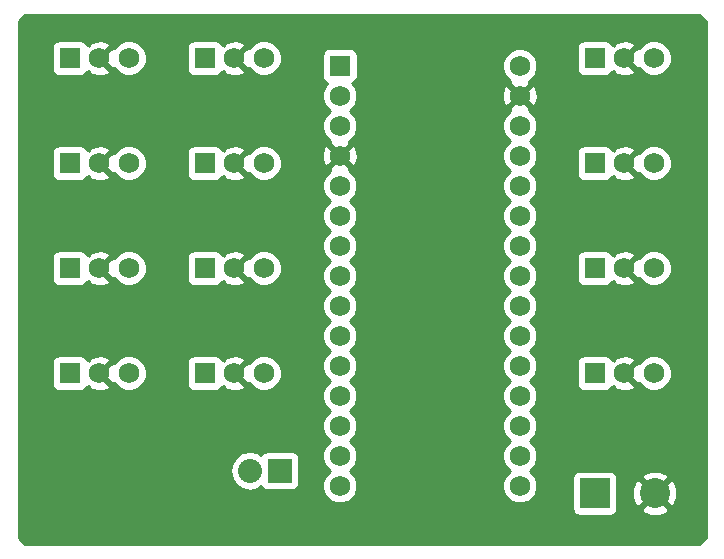
<source format=gbr>
G04 #@! TF.FileFunction,Copper,L2,Bot,Signal*
%FSLAX46Y46*%
G04 Gerber Fmt 4.6, Leading zero omitted, Abs format (unit mm)*
G04 Created by KiCad (PCBNEW 4.0.2+e4-6225~38~ubuntu15.04.1-stable) date zo 17 jul 2016 23:00:48 CEST*
%MOMM*%
G01*
G04 APERTURE LIST*
%ADD10C,0.100000*%
%ADD11R,1.727200X1.727200*%
%ADD12C,1.727200*%
%ADD13R,1.750000X1.750000*%
%ADD14C,1.750000*%
%ADD15R,2.032000X2.032000*%
%ADD16O,2.032000X2.032000*%
%ADD17R,2.540000X2.540000*%
%ADD18C,2.540000*%
%ADD19C,0.254000*%
G04 APERTURE END LIST*
D10*
D11*
X141605000Y-86995000D03*
D12*
X141605000Y-89535000D03*
X141605000Y-92075000D03*
X141605000Y-94615000D03*
X141605000Y-97155000D03*
X141605000Y-99695000D03*
X141605000Y-102235000D03*
X141605000Y-104775000D03*
X141605000Y-107315000D03*
X141605000Y-109855000D03*
X141605000Y-112395000D03*
X141605000Y-114935000D03*
X141605000Y-117475000D03*
X141605000Y-120015000D03*
X141605000Y-122555000D03*
X156845000Y-122555000D03*
X156845000Y-120015000D03*
X156845000Y-117475000D03*
X156845000Y-114935000D03*
X156845000Y-112395000D03*
X156845000Y-109855000D03*
X156845000Y-107315000D03*
X156845000Y-104775000D03*
X156845000Y-102235000D03*
X156845000Y-99695000D03*
X156845000Y-97155000D03*
X156845000Y-94615000D03*
X156845000Y-92075000D03*
X156845000Y-89535000D03*
X156845000Y-86995000D03*
D13*
X130175000Y-86360000D03*
D14*
X132675000Y-86360000D03*
X135175000Y-86360000D03*
D13*
X118745000Y-86360000D03*
D14*
X121245000Y-86360000D03*
X123745000Y-86360000D03*
D13*
X130175000Y-95250000D03*
D14*
X132675000Y-95250000D03*
X135175000Y-95250000D03*
D13*
X118745000Y-95250000D03*
D14*
X121245000Y-95250000D03*
X123745000Y-95250000D03*
D13*
X130175000Y-104140000D03*
D14*
X132675000Y-104140000D03*
X135175000Y-104140000D03*
D13*
X118745000Y-104140000D03*
D14*
X121245000Y-104140000D03*
X123745000Y-104140000D03*
D13*
X130175000Y-113030000D03*
D14*
X132675000Y-113030000D03*
X135175000Y-113030000D03*
D13*
X118745000Y-113030000D03*
D14*
X121245000Y-113030000D03*
X123745000Y-113030000D03*
D15*
X136525000Y-121285000D03*
D16*
X133985000Y-121285000D03*
D13*
X163195000Y-113030000D03*
D14*
X165695000Y-113030000D03*
X168195000Y-113030000D03*
D13*
X163195000Y-104140000D03*
D14*
X165695000Y-104140000D03*
X168195000Y-104140000D03*
D13*
X163195000Y-95250000D03*
D14*
X165695000Y-95250000D03*
X168195000Y-95250000D03*
D13*
X163195000Y-86360000D03*
D14*
X165695000Y-86360000D03*
X168195000Y-86360000D03*
D17*
X163195000Y-123190000D03*
D18*
X168275000Y-123190000D03*
D19*
G36*
X172593000Y-83237606D02*
X172593000Y-126947394D01*
X172032394Y-127508000D01*
X114987606Y-127508000D01*
X114427000Y-126947394D01*
X114427000Y-121252655D01*
X132334000Y-121252655D01*
X132334000Y-121317345D01*
X132459675Y-121949155D01*
X132817567Y-122484778D01*
X133353190Y-122842670D01*
X133985000Y-122968345D01*
X134616810Y-122842670D01*
X134956792Y-122615501D01*
X135044910Y-122752441D01*
X135257110Y-122897431D01*
X135509000Y-122948440D01*
X137541000Y-122948440D01*
X137776317Y-122904162D01*
X137992441Y-122765090D01*
X138137431Y-122552890D01*
X138188440Y-122301000D01*
X138188440Y-120269000D01*
X138144162Y-120033683D01*
X138005090Y-119817559D01*
X137792890Y-119672569D01*
X137541000Y-119621560D01*
X135509000Y-119621560D01*
X135273683Y-119665838D01*
X135057559Y-119804910D01*
X134955802Y-119953837D01*
X134616810Y-119727330D01*
X133985000Y-119601655D01*
X133353190Y-119727330D01*
X132817567Y-120085222D01*
X132459675Y-120620845D01*
X132334000Y-121252655D01*
X114427000Y-121252655D01*
X114427000Y-112155000D01*
X117222560Y-112155000D01*
X117222560Y-113905000D01*
X117266838Y-114140317D01*
X117405910Y-114356441D01*
X117618110Y-114501431D01*
X117870000Y-114552440D01*
X119620000Y-114552440D01*
X119855317Y-114508162D01*
X120071441Y-114369090D01*
X120208994Y-114167774D01*
X120247914Y-114206694D01*
X120362546Y-114092062D01*
X120445884Y-114345953D01*
X121010306Y-114551590D01*
X121610458Y-114525579D01*
X122044116Y-114345953D01*
X122127455Y-114092060D01*
X121245000Y-113209605D01*
X121230858Y-113223748D01*
X121051253Y-113044143D01*
X121065395Y-113030000D01*
X121424605Y-113030000D01*
X122307060Y-113912455D01*
X122455648Y-113863682D01*
X122464138Y-113884229D01*
X122888537Y-114309370D01*
X123443325Y-114539738D01*
X124044040Y-114540262D01*
X124599229Y-114310862D01*
X125024370Y-113886463D01*
X125254738Y-113331675D01*
X125255262Y-112730960D01*
X125025862Y-112175771D01*
X125005128Y-112155000D01*
X128652560Y-112155000D01*
X128652560Y-113905000D01*
X128696838Y-114140317D01*
X128835910Y-114356441D01*
X129048110Y-114501431D01*
X129300000Y-114552440D01*
X131050000Y-114552440D01*
X131285317Y-114508162D01*
X131501441Y-114369090D01*
X131638994Y-114167774D01*
X131677914Y-114206694D01*
X131792546Y-114092062D01*
X131875884Y-114345953D01*
X132440306Y-114551590D01*
X133040458Y-114525579D01*
X133474116Y-114345953D01*
X133557455Y-114092060D01*
X132675000Y-113209605D01*
X132660858Y-113223748D01*
X132481253Y-113044143D01*
X132495395Y-113030000D01*
X132854605Y-113030000D01*
X133737060Y-113912455D01*
X133885648Y-113863682D01*
X133894138Y-113884229D01*
X134318537Y-114309370D01*
X134873325Y-114539738D01*
X135474040Y-114540262D01*
X136029229Y-114310862D01*
X136454370Y-113886463D01*
X136684738Y-113331675D01*
X136685262Y-112730960D01*
X136455862Y-112175771D01*
X136031463Y-111750630D01*
X135476675Y-111520262D01*
X134875960Y-111519738D01*
X134320771Y-111749138D01*
X133895630Y-112173537D01*
X133886108Y-112196469D01*
X133737060Y-112147545D01*
X132854605Y-113030000D01*
X132495395Y-113030000D01*
X132481253Y-113015858D01*
X132660858Y-112836253D01*
X132675000Y-112850395D01*
X133557455Y-111967940D01*
X133474116Y-111714047D01*
X132909694Y-111508410D01*
X132309542Y-111534421D01*
X131875884Y-111714047D01*
X131792546Y-111967938D01*
X131677914Y-111853306D01*
X131636864Y-111894356D01*
X131514090Y-111703559D01*
X131301890Y-111558569D01*
X131050000Y-111507560D01*
X129300000Y-111507560D01*
X129064683Y-111551838D01*
X128848559Y-111690910D01*
X128703569Y-111903110D01*
X128652560Y-112155000D01*
X125005128Y-112155000D01*
X124601463Y-111750630D01*
X124046675Y-111520262D01*
X123445960Y-111519738D01*
X122890771Y-111749138D01*
X122465630Y-112173537D01*
X122456108Y-112196469D01*
X122307060Y-112147545D01*
X121424605Y-113030000D01*
X121065395Y-113030000D01*
X121051253Y-113015858D01*
X121230858Y-112836253D01*
X121245000Y-112850395D01*
X122127455Y-111967940D01*
X122044116Y-111714047D01*
X121479694Y-111508410D01*
X120879542Y-111534421D01*
X120445884Y-111714047D01*
X120362546Y-111967938D01*
X120247914Y-111853306D01*
X120206864Y-111894356D01*
X120084090Y-111703559D01*
X119871890Y-111558569D01*
X119620000Y-111507560D01*
X117870000Y-111507560D01*
X117634683Y-111551838D01*
X117418559Y-111690910D01*
X117273569Y-111903110D01*
X117222560Y-112155000D01*
X114427000Y-112155000D01*
X114427000Y-103265000D01*
X117222560Y-103265000D01*
X117222560Y-105015000D01*
X117266838Y-105250317D01*
X117405910Y-105466441D01*
X117618110Y-105611431D01*
X117870000Y-105662440D01*
X119620000Y-105662440D01*
X119855317Y-105618162D01*
X120071441Y-105479090D01*
X120208994Y-105277774D01*
X120247914Y-105316694D01*
X120362546Y-105202062D01*
X120445884Y-105455953D01*
X121010306Y-105661590D01*
X121610458Y-105635579D01*
X122044116Y-105455953D01*
X122127455Y-105202060D01*
X121245000Y-104319605D01*
X121230858Y-104333748D01*
X121051253Y-104154143D01*
X121065395Y-104140000D01*
X121424605Y-104140000D01*
X122307060Y-105022455D01*
X122455648Y-104973682D01*
X122464138Y-104994229D01*
X122888537Y-105419370D01*
X123443325Y-105649738D01*
X124044040Y-105650262D01*
X124599229Y-105420862D01*
X125024370Y-104996463D01*
X125254738Y-104441675D01*
X125255262Y-103840960D01*
X125025862Y-103285771D01*
X125005128Y-103265000D01*
X128652560Y-103265000D01*
X128652560Y-105015000D01*
X128696838Y-105250317D01*
X128835910Y-105466441D01*
X129048110Y-105611431D01*
X129300000Y-105662440D01*
X131050000Y-105662440D01*
X131285317Y-105618162D01*
X131501441Y-105479090D01*
X131638994Y-105277774D01*
X131677914Y-105316694D01*
X131792546Y-105202062D01*
X131875884Y-105455953D01*
X132440306Y-105661590D01*
X133040458Y-105635579D01*
X133474116Y-105455953D01*
X133557455Y-105202060D01*
X132675000Y-104319605D01*
X132660858Y-104333748D01*
X132481253Y-104154143D01*
X132495395Y-104140000D01*
X132854605Y-104140000D01*
X133737060Y-105022455D01*
X133885648Y-104973682D01*
X133894138Y-104994229D01*
X134318537Y-105419370D01*
X134873325Y-105649738D01*
X135474040Y-105650262D01*
X136029229Y-105420862D01*
X136454370Y-104996463D01*
X136684738Y-104441675D01*
X136685262Y-103840960D01*
X136455862Y-103285771D01*
X136031463Y-102860630D01*
X135476675Y-102630262D01*
X134875960Y-102629738D01*
X134320771Y-102859138D01*
X133895630Y-103283537D01*
X133886108Y-103306469D01*
X133737060Y-103257545D01*
X132854605Y-104140000D01*
X132495395Y-104140000D01*
X132481253Y-104125858D01*
X132660858Y-103946253D01*
X132675000Y-103960395D01*
X133557455Y-103077940D01*
X133474116Y-102824047D01*
X132909694Y-102618410D01*
X132309542Y-102644421D01*
X131875884Y-102824047D01*
X131792546Y-103077938D01*
X131677914Y-102963306D01*
X131636864Y-103004356D01*
X131514090Y-102813559D01*
X131301890Y-102668569D01*
X131050000Y-102617560D01*
X129300000Y-102617560D01*
X129064683Y-102661838D01*
X128848559Y-102800910D01*
X128703569Y-103013110D01*
X128652560Y-103265000D01*
X125005128Y-103265000D01*
X124601463Y-102860630D01*
X124046675Y-102630262D01*
X123445960Y-102629738D01*
X122890771Y-102859138D01*
X122465630Y-103283537D01*
X122456108Y-103306469D01*
X122307060Y-103257545D01*
X121424605Y-104140000D01*
X121065395Y-104140000D01*
X121051253Y-104125858D01*
X121230858Y-103946253D01*
X121245000Y-103960395D01*
X122127455Y-103077940D01*
X122044116Y-102824047D01*
X121479694Y-102618410D01*
X120879542Y-102644421D01*
X120445884Y-102824047D01*
X120362546Y-103077938D01*
X120247914Y-102963306D01*
X120206864Y-103004356D01*
X120084090Y-102813559D01*
X119871890Y-102668569D01*
X119620000Y-102617560D01*
X117870000Y-102617560D01*
X117634683Y-102661838D01*
X117418559Y-102800910D01*
X117273569Y-103013110D01*
X117222560Y-103265000D01*
X114427000Y-103265000D01*
X114427000Y-97451782D01*
X140106141Y-97451782D01*
X140333808Y-98002780D01*
X140755003Y-98424710D01*
X140755931Y-98425095D01*
X140335290Y-98845003D01*
X140106661Y-99395602D01*
X140106141Y-99991782D01*
X140333808Y-100542780D01*
X140755003Y-100964710D01*
X140755931Y-100965095D01*
X140335290Y-101385003D01*
X140106661Y-101935602D01*
X140106141Y-102531782D01*
X140333808Y-103082780D01*
X140755003Y-103504710D01*
X140755931Y-103505095D01*
X140335290Y-103925003D01*
X140106661Y-104475602D01*
X140106141Y-105071782D01*
X140333808Y-105622780D01*
X140755003Y-106044710D01*
X140755931Y-106045095D01*
X140335290Y-106465003D01*
X140106661Y-107015602D01*
X140106141Y-107611782D01*
X140333808Y-108162780D01*
X140755003Y-108584710D01*
X140755931Y-108585095D01*
X140335290Y-109005003D01*
X140106661Y-109555602D01*
X140106141Y-110151782D01*
X140333808Y-110702780D01*
X140755003Y-111124710D01*
X140755931Y-111125095D01*
X140335290Y-111545003D01*
X140106661Y-112095602D01*
X140106141Y-112691782D01*
X140333808Y-113242780D01*
X140755003Y-113664710D01*
X140755931Y-113665095D01*
X140335290Y-114085003D01*
X140106661Y-114635602D01*
X140106141Y-115231782D01*
X140333808Y-115782780D01*
X140755003Y-116204710D01*
X140755931Y-116205095D01*
X140335290Y-116625003D01*
X140106661Y-117175602D01*
X140106141Y-117771782D01*
X140333808Y-118322780D01*
X140755003Y-118744710D01*
X140755931Y-118745095D01*
X140335290Y-119165003D01*
X140106661Y-119715602D01*
X140106141Y-120311782D01*
X140333808Y-120862780D01*
X140755003Y-121284710D01*
X140755931Y-121285095D01*
X140335290Y-121705003D01*
X140106661Y-122255602D01*
X140106141Y-122851782D01*
X140333808Y-123402780D01*
X140755003Y-123824710D01*
X141305602Y-124053339D01*
X141901782Y-124053859D01*
X142452780Y-123826192D01*
X142874710Y-123404997D01*
X143103339Y-122854398D01*
X143103859Y-122258218D01*
X142876192Y-121707220D01*
X142454997Y-121285290D01*
X142454069Y-121284905D01*
X142874710Y-120864997D01*
X143103339Y-120314398D01*
X143103859Y-119718218D01*
X142876192Y-119167220D01*
X142454997Y-118745290D01*
X142454069Y-118744905D01*
X142874710Y-118324997D01*
X143103339Y-117774398D01*
X143103859Y-117178218D01*
X142876192Y-116627220D01*
X142454997Y-116205290D01*
X142454069Y-116204905D01*
X142874710Y-115784997D01*
X143103339Y-115234398D01*
X143103859Y-114638218D01*
X142876192Y-114087220D01*
X142454997Y-113665290D01*
X142454069Y-113664905D01*
X142874710Y-113244997D01*
X143103339Y-112694398D01*
X143103859Y-112098218D01*
X142876192Y-111547220D01*
X142454997Y-111125290D01*
X142454069Y-111124905D01*
X142874710Y-110704997D01*
X143103339Y-110154398D01*
X143103859Y-109558218D01*
X142876192Y-109007220D01*
X142454997Y-108585290D01*
X142454069Y-108584905D01*
X142874710Y-108164997D01*
X143103339Y-107614398D01*
X143103859Y-107018218D01*
X142876192Y-106467220D01*
X142454997Y-106045290D01*
X142454069Y-106044905D01*
X142874710Y-105624997D01*
X143103339Y-105074398D01*
X143103859Y-104478218D01*
X142876192Y-103927220D01*
X142454997Y-103505290D01*
X142454069Y-103504905D01*
X142874710Y-103084997D01*
X143103339Y-102534398D01*
X143103859Y-101938218D01*
X142876192Y-101387220D01*
X142454997Y-100965290D01*
X142454069Y-100964905D01*
X142874710Y-100544997D01*
X143103339Y-99994398D01*
X143103859Y-99398218D01*
X142876192Y-98847220D01*
X142454997Y-98425290D01*
X142454069Y-98424905D01*
X142874710Y-98004997D01*
X143103339Y-97454398D01*
X143103859Y-96858218D01*
X142876192Y-96307220D01*
X142454997Y-95885290D01*
X142414463Y-95868459D01*
X142479200Y-95668805D01*
X141605000Y-94794605D01*
X140730800Y-95668805D01*
X140795399Y-95868033D01*
X140757220Y-95883808D01*
X140335290Y-96305003D01*
X140106661Y-96855602D01*
X140106141Y-97451782D01*
X114427000Y-97451782D01*
X114427000Y-94375000D01*
X117222560Y-94375000D01*
X117222560Y-96125000D01*
X117266838Y-96360317D01*
X117405910Y-96576441D01*
X117618110Y-96721431D01*
X117870000Y-96772440D01*
X119620000Y-96772440D01*
X119855317Y-96728162D01*
X120071441Y-96589090D01*
X120208994Y-96387774D01*
X120247914Y-96426694D01*
X120362546Y-96312062D01*
X120445884Y-96565953D01*
X121010306Y-96771590D01*
X121610458Y-96745579D01*
X122044116Y-96565953D01*
X122127455Y-96312060D01*
X121245000Y-95429605D01*
X121230858Y-95443748D01*
X121051253Y-95264143D01*
X121065395Y-95250000D01*
X121424605Y-95250000D01*
X122307060Y-96132455D01*
X122455648Y-96083682D01*
X122464138Y-96104229D01*
X122888537Y-96529370D01*
X123443325Y-96759738D01*
X124044040Y-96760262D01*
X124599229Y-96530862D01*
X125024370Y-96106463D01*
X125254738Y-95551675D01*
X125255262Y-94950960D01*
X125025862Y-94395771D01*
X125005128Y-94375000D01*
X128652560Y-94375000D01*
X128652560Y-96125000D01*
X128696838Y-96360317D01*
X128835910Y-96576441D01*
X129048110Y-96721431D01*
X129300000Y-96772440D01*
X131050000Y-96772440D01*
X131285317Y-96728162D01*
X131501441Y-96589090D01*
X131638994Y-96387774D01*
X131677914Y-96426694D01*
X131792546Y-96312062D01*
X131875884Y-96565953D01*
X132440306Y-96771590D01*
X133040458Y-96745579D01*
X133474116Y-96565953D01*
X133557455Y-96312060D01*
X132675000Y-95429605D01*
X132660858Y-95443748D01*
X132481253Y-95264143D01*
X132495395Y-95250000D01*
X132854605Y-95250000D01*
X133737060Y-96132455D01*
X133885648Y-96083682D01*
X133894138Y-96104229D01*
X134318537Y-96529370D01*
X134873325Y-96759738D01*
X135474040Y-96760262D01*
X136029229Y-96530862D01*
X136454370Y-96106463D01*
X136684738Y-95551675D01*
X136685262Y-94950960D01*
X136455862Y-94395771D01*
X136443144Y-94383030D01*
X140094752Y-94383030D01*
X140120942Y-94978635D01*
X140298484Y-95407259D01*
X140551195Y-95489200D01*
X141425395Y-94615000D01*
X141784605Y-94615000D01*
X142658805Y-95489200D01*
X142911516Y-95407259D01*
X143115248Y-94846970D01*
X143089058Y-94251365D01*
X142911516Y-93822741D01*
X142658805Y-93740800D01*
X141784605Y-94615000D01*
X141425395Y-94615000D01*
X140551195Y-93740800D01*
X140298484Y-93822741D01*
X140094752Y-94383030D01*
X136443144Y-94383030D01*
X136031463Y-93970630D01*
X135476675Y-93740262D01*
X134875960Y-93739738D01*
X134320771Y-93969138D01*
X133895630Y-94393537D01*
X133886108Y-94416469D01*
X133737060Y-94367545D01*
X132854605Y-95250000D01*
X132495395Y-95250000D01*
X132481253Y-95235858D01*
X132660858Y-95056253D01*
X132675000Y-95070395D01*
X133557455Y-94187940D01*
X133474116Y-93934047D01*
X132909694Y-93728410D01*
X132309542Y-93754421D01*
X131875884Y-93934047D01*
X131792546Y-94187938D01*
X131677914Y-94073306D01*
X131636864Y-94114356D01*
X131514090Y-93923559D01*
X131301890Y-93778569D01*
X131050000Y-93727560D01*
X129300000Y-93727560D01*
X129064683Y-93771838D01*
X128848559Y-93910910D01*
X128703569Y-94123110D01*
X128652560Y-94375000D01*
X125005128Y-94375000D01*
X124601463Y-93970630D01*
X124046675Y-93740262D01*
X123445960Y-93739738D01*
X122890771Y-93969138D01*
X122465630Y-94393537D01*
X122456108Y-94416469D01*
X122307060Y-94367545D01*
X121424605Y-95250000D01*
X121065395Y-95250000D01*
X121051253Y-95235858D01*
X121230858Y-95056253D01*
X121245000Y-95070395D01*
X122127455Y-94187940D01*
X122044116Y-93934047D01*
X121479694Y-93728410D01*
X120879542Y-93754421D01*
X120445884Y-93934047D01*
X120362546Y-94187938D01*
X120247914Y-94073306D01*
X120206864Y-94114356D01*
X120084090Y-93923559D01*
X119871890Y-93778569D01*
X119620000Y-93727560D01*
X117870000Y-93727560D01*
X117634683Y-93771838D01*
X117418559Y-93910910D01*
X117273569Y-94123110D01*
X117222560Y-94375000D01*
X114427000Y-94375000D01*
X114427000Y-85485000D01*
X117222560Y-85485000D01*
X117222560Y-87235000D01*
X117266838Y-87470317D01*
X117405910Y-87686441D01*
X117618110Y-87831431D01*
X117870000Y-87882440D01*
X119620000Y-87882440D01*
X119855317Y-87838162D01*
X120071441Y-87699090D01*
X120208994Y-87497774D01*
X120247914Y-87536694D01*
X120362546Y-87422062D01*
X120445884Y-87675953D01*
X121010306Y-87881590D01*
X121610458Y-87855579D01*
X122044116Y-87675953D01*
X122127455Y-87422060D01*
X121245000Y-86539605D01*
X121230858Y-86553748D01*
X121051253Y-86374143D01*
X121065395Y-86360000D01*
X121424605Y-86360000D01*
X122307060Y-87242455D01*
X122455648Y-87193682D01*
X122464138Y-87214229D01*
X122888537Y-87639370D01*
X123443325Y-87869738D01*
X124044040Y-87870262D01*
X124599229Y-87640862D01*
X125024370Y-87216463D01*
X125254738Y-86661675D01*
X125255262Y-86060960D01*
X125025862Y-85505771D01*
X125005128Y-85485000D01*
X128652560Y-85485000D01*
X128652560Y-87235000D01*
X128696838Y-87470317D01*
X128835910Y-87686441D01*
X129048110Y-87831431D01*
X129300000Y-87882440D01*
X131050000Y-87882440D01*
X131285317Y-87838162D01*
X131501441Y-87699090D01*
X131638994Y-87497774D01*
X131677914Y-87536694D01*
X131792546Y-87422062D01*
X131875884Y-87675953D01*
X132440306Y-87881590D01*
X133040458Y-87855579D01*
X133474116Y-87675953D01*
X133557455Y-87422060D01*
X132675000Y-86539605D01*
X132660858Y-86553748D01*
X132481253Y-86374143D01*
X132495395Y-86360000D01*
X132854605Y-86360000D01*
X133737060Y-87242455D01*
X133885648Y-87193682D01*
X133894138Y-87214229D01*
X134318537Y-87639370D01*
X134873325Y-87869738D01*
X135474040Y-87870262D01*
X136029229Y-87640862D01*
X136454370Y-87216463D01*
X136684738Y-86661675D01*
X136685200Y-86131400D01*
X140093960Y-86131400D01*
X140093960Y-87858600D01*
X140138238Y-88093917D01*
X140277310Y-88310041D01*
X140489510Y-88455031D01*
X140552820Y-88467852D01*
X140335290Y-88685003D01*
X140106661Y-89235602D01*
X140106141Y-89831782D01*
X140333808Y-90382780D01*
X140755003Y-90804710D01*
X140755931Y-90805095D01*
X140335290Y-91225003D01*
X140106661Y-91775602D01*
X140106141Y-92371782D01*
X140333808Y-92922780D01*
X140755003Y-93344710D01*
X140795537Y-93361541D01*
X140730800Y-93561195D01*
X141605000Y-94435395D01*
X142479200Y-93561195D01*
X142414601Y-93361967D01*
X142452780Y-93346192D01*
X142874710Y-92924997D01*
X143103339Y-92374398D01*
X143103341Y-92371782D01*
X155346141Y-92371782D01*
X155573808Y-92922780D01*
X155995003Y-93344710D01*
X155995931Y-93345095D01*
X155575290Y-93765003D01*
X155346661Y-94315602D01*
X155346141Y-94911782D01*
X155573808Y-95462780D01*
X155995003Y-95884710D01*
X155995931Y-95885095D01*
X155575290Y-96305003D01*
X155346661Y-96855602D01*
X155346141Y-97451782D01*
X155573808Y-98002780D01*
X155995003Y-98424710D01*
X155995931Y-98425095D01*
X155575290Y-98845003D01*
X155346661Y-99395602D01*
X155346141Y-99991782D01*
X155573808Y-100542780D01*
X155995003Y-100964710D01*
X155995931Y-100965095D01*
X155575290Y-101385003D01*
X155346661Y-101935602D01*
X155346141Y-102531782D01*
X155573808Y-103082780D01*
X155995003Y-103504710D01*
X155995931Y-103505095D01*
X155575290Y-103925003D01*
X155346661Y-104475602D01*
X155346141Y-105071782D01*
X155573808Y-105622780D01*
X155995003Y-106044710D01*
X155995931Y-106045095D01*
X155575290Y-106465003D01*
X155346661Y-107015602D01*
X155346141Y-107611782D01*
X155573808Y-108162780D01*
X155995003Y-108584710D01*
X155995931Y-108585095D01*
X155575290Y-109005003D01*
X155346661Y-109555602D01*
X155346141Y-110151782D01*
X155573808Y-110702780D01*
X155995003Y-111124710D01*
X155995931Y-111125095D01*
X155575290Y-111545003D01*
X155346661Y-112095602D01*
X155346141Y-112691782D01*
X155573808Y-113242780D01*
X155995003Y-113664710D01*
X155995931Y-113665095D01*
X155575290Y-114085003D01*
X155346661Y-114635602D01*
X155346141Y-115231782D01*
X155573808Y-115782780D01*
X155995003Y-116204710D01*
X155995931Y-116205095D01*
X155575290Y-116625003D01*
X155346661Y-117175602D01*
X155346141Y-117771782D01*
X155573808Y-118322780D01*
X155995003Y-118744710D01*
X155995931Y-118745095D01*
X155575290Y-119165003D01*
X155346661Y-119715602D01*
X155346141Y-120311782D01*
X155573808Y-120862780D01*
X155995003Y-121284710D01*
X155995931Y-121285095D01*
X155575290Y-121705003D01*
X155346661Y-122255602D01*
X155346141Y-122851782D01*
X155573808Y-123402780D01*
X155995003Y-123824710D01*
X156545602Y-124053339D01*
X157141782Y-124053859D01*
X157692780Y-123826192D01*
X158114710Y-123404997D01*
X158343339Y-122854398D01*
X158343859Y-122258218D01*
X158204111Y-121920000D01*
X161277560Y-121920000D01*
X161277560Y-124460000D01*
X161321838Y-124695317D01*
X161460910Y-124911441D01*
X161673110Y-125056431D01*
X161925000Y-125107440D01*
X164465000Y-125107440D01*
X164700317Y-125063162D01*
X164916441Y-124924090D01*
X165061431Y-124711890D01*
X165096689Y-124537777D01*
X167106828Y-124537777D01*
X167238520Y-124832657D01*
X167946036Y-125104261D01*
X168703632Y-125084436D01*
X169311480Y-124832657D01*
X169443172Y-124537777D01*
X168275000Y-123369605D01*
X167106828Y-124537777D01*
X165096689Y-124537777D01*
X165112440Y-124460000D01*
X165112440Y-122861036D01*
X166360739Y-122861036D01*
X166380564Y-123618632D01*
X166632343Y-124226480D01*
X166927223Y-124358172D01*
X168095395Y-123190000D01*
X168454605Y-123190000D01*
X169622777Y-124358172D01*
X169917657Y-124226480D01*
X170189261Y-123518964D01*
X170169436Y-122761368D01*
X169917657Y-122153520D01*
X169622777Y-122021828D01*
X168454605Y-123190000D01*
X168095395Y-123190000D01*
X166927223Y-122021828D01*
X166632343Y-122153520D01*
X166360739Y-122861036D01*
X165112440Y-122861036D01*
X165112440Y-121920000D01*
X165097806Y-121842223D01*
X167106828Y-121842223D01*
X168275000Y-123010395D01*
X169443172Y-121842223D01*
X169311480Y-121547343D01*
X168603964Y-121275739D01*
X167846368Y-121295564D01*
X167238520Y-121547343D01*
X167106828Y-121842223D01*
X165097806Y-121842223D01*
X165068162Y-121684683D01*
X164929090Y-121468559D01*
X164716890Y-121323569D01*
X164465000Y-121272560D01*
X161925000Y-121272560D01*
X161689683Y-121316838D01*
X161473559Y-121455910D01*
X161328569Y-121668110D01*
X161277560Y-121920000D01*
X158204111Y-121920000D01*
X158116192Y-121707220D01*
X157694997Y-121285290D01*
X157694069Y-121284905D01*
X158114710Y-120864997D01*
X158343339Y-120314398D01*
X158343859Y-119718218D01*
X158116192Y-119167220D01*
X157694997Y-118745290D01*
X157694069Y-118744905D01*
X158114710Y-118324997D01*
X158343339Y-117774398D01*
X158343859Y-117178218D01*
X158116192Y-116627220D01*
X157694997Y-116205290D01*
X157694069Y-116204905D01*
X158114710Y-115784997D01*
X158343339Y-115234398D01*
X158343859Y-114638218D01*
X158116192Y-114087220D01*
X157694997Y-113665290D01*
X157694069Y-113664905D01*
X158114710Y-113244997D01*
X158343339Y-112694398D01*
X158343809Y-112155000D01*
X161672560Y-112155000D01*
X161672560Y-113905000D01*
X161716838Y-114140317D01*
X161855910Y-114356441D01*
X162068110Y-114501431D01*
X162320000Y-114552440D01*
X164070000Y-114552440D01*
X164305317Y-114508162D01*
X164521441Y-114369090D01*
X164658994Y-114167774D01*
X164697914Y-114206694D01*
X164812546Y-114092062D01*
X164895884Y-114345953D01*
X165460306Y-114551590D01*
X166060458Y-114525579D01*
X166494116Y-114345953D01*
X166577455Y-114092060D01*
X165695000Y-113209605D01*
X165680858Y-113223748D01*
X165501253Y-113044143D01*
X165515395Y-113030000D01*
X165874605Y-113030000D01*
X166757060Y-113912455D01*
X166905648Y-113863682D01*
X166914138Y-113884229D01*
X167338537Y-114309370D01*
X167893325Y-114539738D01*
X168494040Y-114540262D01*
X169049229Y-114310862D01*
X169474370Y-113886463D01*
X169704738Y-113331675D01*
X169705262Y-112730960D01*
X169475862Y-112175771D01*
X169051463Y-111750630D01*
X168496675Y-111520262D01*
X167895960Y-111519738D01*
X167340771Y-111749138D01*
X166915630Y-112173537D01*
X166906108Y-112196469D01*
X166757060Y-112147545D01*
X165874605Y-113030000D01*
X165515395Y-113030000D01*
X165501253Y-113015858D01*
X165680858Y-112836253D01*
X165695000Y-112850395D01*
X166577455Y-111967940D01*
X166494116Y-111714047D01*
X165929694Y-111508410D01*
X165329542Y-111534421D01*
X164895884Y-111714047D01*
X164812546Y-111967938D01*
X164697914Y-111853306D01*
X164656864Y-111894356D01*
X164534090Y-111703559D01*
X164321890Y-111558569D01*
X164070000Y-111507560D01*
X162320000Y-111507560D01*
X162084683Y-111551838D01*
X161868559Y-111690910D01*
X161723569Y-111903110D01*
X161672560Y-112155000D01*
X158343809Y-112155000D01*
X158343859Y-112098218D01*
X158116192Y-111547220D01*
X157694997Y-111125290D01*
X157694069Y-111124905D01*
X158114710Y-110704997D01*
X158343339Y-110154398D01*
X158343859Y-109558218D01*
X158116192Y-109007220D01*
X157694997Y-108585290D01*
X157694069Y-108584905D01*
X158114710Y-108164997D01*
X158343339Y-107614398D01*
X158343859Y-107018218D01*
X158116192Y-106467220D01*
X157694997Y-106045290D01*
X157694069Y-106044905D01*
X158114710Y-105624997D01*
X158343339Y-105074398D01*
X158343859Y-104478218D01*
X158116192Y-103927220D01*
X157694997Y-103505290D01*
X157694069Y-103504905D01*
X157934392Y-103265000D01*
X161672560Y-103265000D01*
X161672560Y-105015000D01*
X161716838Y-105250317D01*
X161855910Y-105466441D01*
X162068110Y-105611431D01*
X162320000Y-105662440D01*
X164070000Y-105662440D01*
X164305317Y-105618162D01*
X164521441Y-105479090D01*
X164658994Y-105277774D01*
X164697914Y-105316694D01*
X164812546Y-105202062D01*
X164895884Y-105455953D01*
X165460306Y-105661590D01*
X166060458Y-105635579D01*
X166494116Y-105455953D01*
X166577455Y-105202060D01*
X165695000Y-104319605D01*
X165680858Y-104333748D01*
X165501253Y-104154143D01*
X165515395Y-104140000D01*
X165874605Y-104140000D01*
X166757060Y-105022455D01*
X166905648Y-104973682D01*
X166914138Y-104994229D01*
X167338537Y-105419370D01*
X167893325Y-105649738D01*
X168494040Y-105650262D01*
X169049229Y-105420862D01*
X169474370Y-104996463D01*
X169704738Y-104441675D01*
X169705262Y-103840960D01*
X169475862Y-103285771D01*
X169051463Y-102860630D01*
X168496675Y-102630262D01*
X167895960Y-102629738D01*
X167340771Y-102859138D01*
X166915630Y-103283537D01*
X166906108Y-103306469D01*
X166757060Y-103257545D01*
X165874605Y-104140000D01*
X165515395Y-104140000D01*
X165501253Y-104125858D01*
X165680858Y-103946253D01*
X165695000Y-103960395D01*
X166577455Y-103077940D01*
X166494116Y-102824047D01*
X165929694Y-102618410D01*
X165329542Y-102644421D01*
X164895884Y-102824047D01*
X164812546Y-103077938D01*
X164697914Y-102963306D01*
X164656864Y-103004356D01*
X164534090Y-102813559D01*
X164321890Y-102668569D01*
X164070000Y-102617560D01*
X162320000Y-102617560D01*
X162084683Y-102661838D01*
X161868559Y-102800910D01*
X161723569Y-103013110D01*
X161672560Y-103265000D01*
X157934392Y-103265000D01*
X158114710Y-103084997D01*
X158343339Y-102534398D01*
X158343859Y-101938218D01*
X158116192Y-101387220D01*
X157694997Y-100965290D01*
X157694069Y-100964905D01*
X158114710Y-100544997D01*
X158343339Y-99994398D01*
X158343859Y-99398218D01*
X158116192Y-98847220D01*
X157694997Y-98425290D01*
X157694069Y-98424905D01*
X158114710Y-98004997D01*
X158343339Y-97454398D01*
X158343859Y-96858218D01*
X158116192Y-96307220D01*
X157694997Y-95885290D01*
X157694069Y-95884905D01*
X158114710Y-95464997D01*
X158343339Y-94914398D01*
X158343809Y-94375000D01*
X161672560Y-94375000D01*
X161672560Y-96125000D01*
X161716838Y-96360317D01*
X161855910Y-96576441D01*
X162068110Y-96721431D01*
X162320000Y-96772440D01*
X164070000Y-96772440D01*
X164305317Y-96728162D01*
X164521441Y-96589090D01*
X164658994Y-96387774D01*
X164697914Y-96426694D01*
X164812546Y-96312062D01*
X164895884Y-96565953D01*
X165460306Y-96771590D01*
X166060458Y-96745579D01*
X166494116Y-96565953D01*
X166577455Y-96312060D01*
X165695000Y-95429605D01*
X165680858Y-95443748D01*
X165501253Y-95264143D01*
X165515395Y-95250000D01*
X165874605Y-95250000D01*
X166757060Y-96132455D01*
X166905648Y-96083682D01*
X166914138Y-96104229D01*
X167338537Y-96529370D01*
X167893325Y-96759738D01*
X168494040Y-96760262D01*
X169049229Y-96530862D01*
X169474370Y-96106463D01*
X169704738Y-95551675D01*
X169705262Y-94950960D01*
X169475862Y-94395771D01*
X169051463Y-93970630D01*
X168496675Y-93740262D01*
X167895960Y-93739738D01*
X167340771Y-93969138D01*
X166915630Y-94393537D01*
X166906108Y-94416469D01*
X166757060Y-94367545D01*
X165874605Y-95250000D01*
X165515395Y-95250000D01*
X165501253Y-95235858D01*
X165680858Y-95056253D01*
X165695000Y-95070395D01*
X166577455Y-94187940D01*
X166494116Y-93934047D01*
X165929694Y-93728410D01*
X165329542Y-93754421D01*
X164895884Y-93934047D01*
X164812546Y-94187938D01*
X164697914Y-94073306D01*
X164656864Y-94114356D01*
X164534090Y-93923559D01*
X164321890Y-93778569D01*
X164070000Y-93727560D01*
X162320000Y-93727560D01*
X162084683Y-93771838D01*
X161868559Y-93910910D01*
X161723569Y-94123110D01*
X161672560Y-94375000D01*
X158343809Y-94375000D01*
X158343859Y-94318218D01*
X158116192Y-93767220D01*
X157694997Y-93345290D01*
X157694069Y-93344905D01*
X158114710Y-92924997D01*
X158343339Y-92374398D01*
X158343859Y-91778218D01*
X158116192Y-91227220D01*
X157694997Y-90805290D01*
X157654463Y-90788459D01*
X157719200Y-90588805D01*
X156845000Y-89714605D01*
X155970800Y-90588805D01*
X156035399Y-90788033D01*
X155997220Y-90803808D01*
X155575290Y-91225003D01*
X155346661Y-91775602D01*
X155346141Y-92371782D01*
X143103341Y-92371782D01*
X143103859Y-91778218D01*
X142876192Y-91227220D01*
X142454997Y-90805290D01*
X142454069Y-90804905D01*
X142874710Y-90384997D01*
X143103339Y-89834398D01*
X143103802Y-89303030D01*
X155334752Y-89303030D01*
X155360942Y-89898635D01*
X155538484Y-90327259D01*
X155791195Y-90409200D01*
X156665395Y-89535000D01*
X157024605Y-89535000D01*
X157898805Y-90409200D01*
X158151516Y-90327259D01*
X158355248Y-89766970D01*
X158329058Y-89171365D01*
X158151516Y-88742741D01*
X157898805Y-88660800D01*
X157024605Y-89535000D01*
X156665395Y-89535000D01*
X155791195Y-88660800D01*
X155538484Y-88742741D01*
X155334752Y-89303030D01*
X143103802Y-89303030D01*
X143103859Y-89238218D01*
X142876192Y-88687220D01*
X142659475Y-88470124D01*
X142703917Y-88461762D01*
X142920041Y-88322690D01*
X143065031Y-88110490D01*
X143116040Y-87858600D01*
X143116040Y-87291782D01*
X155346141Y-87291782D01*
X155573808Y-87842780D01*
X155995003Y-88264710D01*
X156035537Y-88281541D01*
X155970800Y-88481195D01*
X156845000Y-89355395D01*
X157719200Y-88481195D01*
X157654601Y-88281967D01*
X157692780Y-88266192D01*
X158114710Y-87844997D01*
X158343339Y-87294398D01*
X158343859Y-86698218D01*
X158116192Y-86147220D01*
X157694997Y-85725290D01*
X157144398Y-85496661D01*
X156548218Y-85496141D01*
X155997220Y-85723808D01*
X155575290Y-86145003D01*
X155346661Y-86695602D01*
X155346141Y-87291782D01*
X143116040Y-87291782D01*
X143116040Y-86131400D01*
X143071762Y-85896083D01*
X142932690Y-85679959D01*
X142720490Y-85534969D01*
X142473736Y-85485000D01*
X161672560Y-85485000D01*
X161672560Y-87235000D01*
X161716838Y-87470317D01*
X161855910Y-87686441D01*
X162068110Y-87831431D01*
X162320000Y-87882440D01*
X164070000Y-87882440D01*
X164305317Y-87838162D01*
X164521441Y-87699090D01*
X164658994Y-87497774D01*
X164697914Y-87536694D01*
X164812546Y-87422062D01*
X164895884Y-87675953D01*
X165460306Y-87881590D01*
X166060458Y-87855579D01*
X166494116Y-87675953D01*
X166577455Y-87422060D01*
X165695000Y-86539605D01*
X165680858Y-86553748D01*
X165501253Y-86374143D01*
X165515395Y-86360000D01*
X165874605Y-86360000D01*
X166757060Y-87242455D01*
X166905648Y-87193682D01*
X166914138Y-87214229D01*
X167338537Y-87639370D01*
X167893325Y-87869738D01*
X168494040Y-87870262D01*
X169049229Y-87640862D01*
X169474370Y-87216463D01*
X169704738Y-86661675D01*
X169705262Y-86060960D01*
X169475862Y-85505771D01*
X169051463Y-85080630D01*
X168496675Y-84850262D01*
X167895960Y-84849738D01*
X167340771Y-85079138D01*
X166915630Y-85503537D01*
X166906108Y-85526469D01*
X166757060Y-85477545D01*
X165874605Y-86360000D01*
X165515395Y-86360000D01*
X165501253Y-86345858D01*
X165680858Y-86166253D01*
X165695000Y-86180395D01*
X166577455Y-85297940D01*
X166494116Y-85044047D01*
X165929694Y-84838410D01*
X165329542Y-84864421D01*
X164895884Y-85044047D01*
X164812546Y-85297938D01*
X164697914Y-85183306D01*
X164656864Y-85224356D01*
X164534090Y-85033559D01*
X164321890Y-84888569D01*
X164070000Y-84837560D01*
X162320000Y-84837560D01*
X162084683Y-84881838D01*
X161868559Y-85020910D01*
X161723569Y-85233110D01*
X161672560Y-85485000D01*
X142473736Y-85485000D01*
X142468600Y-85483960D01*
X140741400Y-85483960D01*
X140506083Y-85528238D01*
X140289959Y-85667310D01*
X140144969Y-85879510D01*
X140093960Y-86131400D01*
X136685200Y-86131400D01*
X136685262Y-86060960D01*
X136455862Y-85505771D01*
X136031463Y-85080630D01*
X135476675Y-84850262D01*
X134875960Y-84849738D01*
X134320771Y-85079138D01*
X133895630Y-85503537D01*
X133886108Y-85526469D01*
X133737060Y-85477545D01*
X132854605Y-86360000D01*
X132495395Y-86360000D01*
X132481253Y-86345858D01*
X132660858Y-86166253D01*
X132675000Y-86180395D01*
X133557455Y-85297940D01*
X133474116Y-85044047D01*
X132909694Y-84838410D01*
X132309542Y-84864421D01*
X131875884Y-85044047D01*
X131792546Y-85297938D01*
X131677914Y-85183306D01*
X131636864Y-85224356D01*
X131514090Y-85033559D01*
X131301890Y-84888569D01*
X131050000Y-84837560D01*
X129300000Y-84837560D01*
X129064683Y-84881838D01*
X128848559Y-85020910D01*
X128703569Y-85233110D01*
X128652560Y-85485000D01*
X125005128Y-85485000D01*
X124601463Y-85080630D01*
X124046675Y-84850262D01*
X123445960Y-84849738D01*
X122890771Y-85079138D01*
X122465630Y-85503537D01*
X122456108Y-85526469D01*
X122307060Y-85477545D01*
X121424605Y-86360000D01*
X121065395Y-86360000D01*
X121051253Y-86345858D01*
X121230858Y-86166253D01*
X121245000Y-86180395D01*
X122127455Y-85297940D01*
X122044116Y-85044047D01*
X121479694Y-84838410D01*
X120879542Y-84864421D01*
X120445884Y-85044047D01*
X120362546Y-85297938D01*
X120247914Y-85183306D01*
X120206864Y-85224356D01*
X120084090Y-85033559D01*
X119871890Y-84888569D01*
X119620000Y-84837560D01*
X117870000Y-84837560D01*
X117634683Y-84881838D01*
X117418559Y-85020910D01*
X117273569Y-85233110D01*
X117222560Y-85485000D01*
X114427000Y-85485000D01*
X114427000Y-83237606D01*
X114987606Y-82677000D01*
X172032394Y-82677000D01*
X172593000Y-83237606D01*
X172593000Y-83237606D01*
G37*
X172593000Y-83237606D02*
X172593000Y-126947394D01*
X172032394Y-127508000D01*
X114987606Y-127508000D01*
X114427000Y-126947394D01*
X114427000Y-121252655D01*
X132334000Y-121252655D01*
X132334000Y-121317345D01*
X132459675Y-121949155D01*
X132817567Y-122484778D01*
X133353190Y-122842670D01*
X133985000Y-122968345D01*
X134616810Y-122842670D01*
X134956792Y-122615501D01*
X135044910Y-122752441D01*
X135257110Y-122897431D01*
X135509000Y-122948440D01*
X137541000Y-122948440D01*
X137776317Y-122904162D01*
X137992441Y-122765090D01*
X138137431Y-122552890D01*
X138188440Y-122301000D01*
X138188440Y-120269000D01*
X138144162Y-120033683D01*
X138005090Y-119817559D01*
X137792890Y-119672569D01*
X137541000Y-119621560D01*
X135509000Y-119621560D01*
X135273683Y-119665838D01*
X135057559Y-119804910D01*
X134955802Y-119953837D01*
X134616810Y-119727330D01*
X133985000Y-119601655D01*
X133353190Y-119727330D01*
X132817567Y-120085222D01*
X132459675Y-120620845D01*
X132334000Y-121252655D01*
X114427000Y-121252655D01*
X114427000Y-112155000D01*
X117222560Y-112155000D01*
X117222560Y-113905000D01*
X117266838Y-114140317D01*
X117405910Y-114356441D01*
X117618110Y-114501431D01*
X117870000Y-114552440D01*
X119620000Y-114552440D01*
X119855317Y-114508162D01*
X120071441Y-114369090D01*
X120208994Y-114167774D01*
X120247914Y-114206694D01*
X120362546Y-114092062D01*
X120445884Y-114345953D01*
X121010306Y-114551590D01*
X121610458Y-114525579D01*
X122044116Y-114345953D01*
X122127455Y-114092060D01*
X121245000Y-113209605D01*
X121230858Y-113223748D01*
X121051253Y-113044143D01*
X121065395Y-113030000D01*
X121424605Y-113030000D01*
X122307060Y-113912455D01*
X122455648Y-113863682D01*
X122464138Y-113884229D01*
X122888537Y-114309370D01*
X123443325Y-114539738D01*
X124044040Y-114540262D01*
X124599229Y-114310862D01*
X125024370Y-113886463D01*
X125254738Y-113331675D01*
X125255262Y-112730960D01*
X125025862Y-112175771D01*
X125005128Y-112155000D01*
X128652560Y-112155000D01*
X128652560Y-113905000D01*
X128696838Y-114140317D01*
X128835910Y-114356441D01*
X129048110Y-114501431D01*
X129300000Y-114552440D01*
X131050000Y-114552440D01*
X131285317Y-114508162D01*
X131501441Y-114369090D01*
X131638994Y-114167774D01*
X131677914Y-114206694D01*
X131792546Y-114092062D01*
X131875884Y-114345953D01*
X132440306Y-114551590D01*
X133040458Y-114525579D01*
X133474116Y-114345953D01*
X133557455Y-114092060D01*
X132675000Y-113209605D01*
X132660858Y-113223748D01*
X132481253Y-113044143D01*
X132495395Y-113030000D01*
X132854605Y-113030000D01*
X133737060Y-113912455D01*
X133885648Y-113863682D01*
X133894138Y-113884229D01*
X134318537Y-114309370D01*
X134873325Y-114539738D01*
X135474040Y-114540262D01*
X136029229Y-114310862D01*
X136454370Y-113886463D01*
X136684738Y-113331675D01*
X136685262Y-112730960D01*
X136455862Y-112175771D01*
X136031463Y-111750630D01*
X135476675Y-111520262D01*
X134875960Y-111519738D01*
X134320771Y-111749138D01*
X133895630Y-112173537D01*
X133886108Y-112196469D01*
X133737060Y-112147545D01*
X132854605Y-113030000D01*
X132495395Y-113030000D01*
X132481253Y-113015858D01*
X132660858Y-112836253D01*
X132675000Y-112850395D01*
X133557455Y-111967940D01*
X133474116Y-111714047D01*
X132909694Y-111508410D01*
X132309542Y-111534421D01*
X131875884Y-111714047D01*
X131792546Y-111967938D01*
X131677914Y-111853306D01*
X131636864Y-111894356D01*
X131514090Y-111703559D01*
X131301890Y-111558569D01*
X131050000Y-111507560D01*
X129300000Y-111507560D01*
X129064683Y-111551838D01*
X128848559Y-111690910D01*
X128703569Y-111903110D01*
X128652560Y-112155000D01*
X125005128Y-112155000D01*
X124601463Y-111750630D01*
X124046675Y-111520262D01*
X123445960Y-111519738D01*
X122890771Y-111749138D01*
X122465630Y-112173537D01*
X122456108Y-112196469D01*
X122307060Y-112147545D01*
X121424605Y-113030000D01*
X121065395Y-113030000D01*
X121051253Y-113015858D01*
X121230858Y-112836253D01*
X121245000Y-112850395D01*
X122127455Y-111967940D01*
X122044116Y-111714047D01*
X121479694Y-111508410D01*
X120879542Y-111534421D01*
X120445884Y-111714047D01*
X120362546Y-111967938D01*
X120247914Y-111853306D01*
X120206864Y-111894356D01*
X120084090Y-111703559D01*
X119871890Y-111558569D01*
X119620000Y-111507560D01*
X117870000Y-111507560D01*
X117634683Y-111551838D01*
X117418559Y-111690910D01*
X117273569Y-111903110D01*
X117222560Y-112155000D01*
X114427000Y-112155000D01*
X114427000Y-103265000D01*
X117222560Y-103265000D01*
X117222560Y-105015000D01*
X117266838Y-105250317D01*
X117405910Y-105466441D01*
X117618110Y-105611431D01*
X117870000Y-105662440D01*
X119620000Y-105662440D01*
X119855317Y-105618162D01*
X120071441Y-105479090D01*
X120208994Y-105277774D01*
X120247914Y-105316694D01*
X120362546Y-105202062D01*
X120445884Y-105455953D01*
X121010306Y-105661590D01*
X121610458Y-105635579D01*
X122044116Y-105455953D01*
X122127455Y-105202060D01*
X121245000Y-104319605D01*
X121230858Y-104333748D01*
X121051253Y-104154143D01*
X121065395Y-104140000D01*
X121424605Y-104140000D01*
X122307060Y-105022455D01*
X122455648Y-104973682D01*
X122464138Y-104994229D01*
X122888537Y-105419370D01*
X123443325Y-105649738D01*
X124044040Y-105650262D01*
X124599229Y-105420862D01*
X125024370Y-104996463D01*
X125254738Y-104441675D01*
X125255262Y-103840960D01*
X125025862Y-103285771D01*
X125005128Y-103265000D01*
X128652560Y-103265000D01*
X128652560Y-105015000D01*
X128696838Y-105250317D01*
X128835910Y-105466441D01*
X129048110Y-105611431D01*
X129300000Y-105662440D01*
X131050000Y-105662440D01*
X131285317Y-105618162D01*
X131501441Y-105479090D01*
X131638994Y-105277774D01*
X131677914Y-105316694D01*
X131792546Y-105202062D01*
X131875884Y-105455953D01*
X132440306Y-105661590D01*
X133040458Y-105635579D01*
X133474116Y-105455953D01*
X133557455Y-105202060D01*
X132675000Y-104319605D01*
X132660858Y-104333748D01*
X132481253Y-104154143D01*
X132495395Y-104140000D01*
X132854605Y-104140000D01*
X133737060Y-105022455D01*
X133885648Y-104973682D01*
X133894138Y-104994229D01*
X134318537Y-105419370D01*
X134873325Y-105649738D01*
X135474040Y-105650262D01*
X136029229Y-105420862D01*
X136454370Y-104996463D01*
X136684738Y-104441675D01*
X136685262Y-103840960D01*
X136455862Y-103285771D01*
X136031463Y-102860630D01*
X135476675Y-102630262D01*
X134875960Y-102629738D01*
X134320771Y-102859138D01*
X133895630Y-103283537D01*
X133886108Y-103306469D01*
X133737060Y-103257545D01*
X132854605Y-104140000D01*
X132495395Y-104140000D01*
X132481253Y-104125858D01*
X132660858Y-103946253D01*
X132675000Y-103960395D01*
X133557455Y-103077940D01*
X133474116Y-102824047D01*
X132909694Y-102618410D01*
X132309542Y-102644421D01*
X131875884Y-102824047D01*
X131792546Y-103077938D01*
X131677914Y-102963306D01*
X131636864Y-103004356D01*
X131514090Y-102813559D01*
X131301890Y-102668569D01*
X131050000Y-102617560D01*
X129300000Y-102617560D01*
X129064683Y-102661838D01*
X128848559Y-102800910D01*
X128703569Y-103013110D01*
X128652560Y-103265000D01*
X125005128Y-103265000D01*
X124601463Y-102860630D01*
X124046675Y-102630262D01*
X123445960Y-102629738D01*
X122890771Y-102859138D01*
X122465630Y-103283537D01*
X122456108Y-103306469D01*
X122307060Y-103257545D01*
X121424605Y-104140000D01*
X121065395Y-104140000D01*
X121051253Y-104125858D01*
X121230858Y-103946253D01*
X121245000Y-103960395D01*
X122127455Y-103077940D01*
X122044116Y-102824047D01*
X121479694Y-102618410D01*
X120879542Y-102644421D01*
X120445884Y-102824047D01*
X120362546Y-103077938D01*
X120247914Y-102963306D01*
X120206864Y-103004356D01*
X120084090Y-102813559D01*
X119871890Y-102668569D01*
X119620000Y-102617560D01*
X117870000Y-102617560D01*
X117634683Y-102661838D01*
X117418559Y-102800910D01*
X117273569Y-103013110D01*
X117222560Y-103265000D01*
X114427000Y-103265000D01*
X114427000Y-97451782D01*
X140106141Y-97451782D01*
X140333808Y-98002780D01*
X140755003Y-98424710D01*
X140755931Y-98425095D01*
X140335290Y-98845003D01*
X140106661Y-99395602D01*
X140106141Y-99991782D01*
X140333808Y-100542780D01*
X140755003Y-100964710D01*
X140755931Y-100965095D01*
X140335290Y-101385003D01*
X140106661Y-101935602D01*
X140106141Y-102531782D01*
X140333808Y-103082780D01*
X140755003Y-103504710D01*
X140755931Y-103505095D01*
X140335290Y-103925003D01*
X140106661Y-104475602D01*
X140106141Y-105071782D01*
X140333808Y-105622780D01*
X140755003Y-106044710D01*
X140755931Y-106045095D01*
X140335290Y-106465003D01*
X140106661Y-107015602D01*
X140106141Y-107611782D01*
X140333808Y-108162780D01*
X140755003Y-108584710D01*
X140755931Y-108585095D01*
X140335290Y-109005003D01*
X140106661Y-109555602D01*
X140106141Y-110151782D01*
X140333808Y-110702780D01*
X140755003Y-111124710D01*
X140755931Y-111125095D01*
X140335290Y-111545003D01*
X140106661Y-112095602D01*
X140106141Y-112691782D01*
X140333808Y-113242780D01*
X140755003Y-113664710D01*
X140755931Y-113665095D01*
X140335290Y-114085003D01*
X140106661Y-114635602D01*
X140106141Y-115231782D01*
X140333808Y-115782780D01*
X140755003Y-116204710D01*
X140755931Y-116205095D01*
X140335290Y-116625003D01*
X140106661Y-117175602D01*
X140106141Y-117771782D01*
X140333808Y-118322780D01*
X140755003Y-118744710D01*
X140755931Y-118745095D01*
X140335290Y-119165003D01*
X140106661Y-119715602D01*
X140106141Y-120311782D01*
X140333808Y-120862780D01*
X140755003Y-121284710D01*
X140755931Y-121285095D01*
X140335290Y-121705003D01*
X140106661Y-122255602D01*
X140106141Y-122851782D01*
X140333808Y-123402780D01*
X140755003Y-123824710D01*
X141305602Y-124053339D01*
X141901782Y-124053859D01*
X142452780Y-123826192D01*
X142874710Y-123404997D01*
X143103339Y-122854398D01*
X143103859Y-122258218D01*
X142876192Y-121707220D01*
X142454997Y-121285290D01*
X142454069Y-121284905D01*
X142874710Y-120864997D01*
X143103339Y-120314398D01*
X143103859Y-119718218D01*
X142876192Y-119167220D01*
X142454997Y-118745290D01*
X142454069Y-118744905D01*
X142874710Y-118324997D01*
X143103339Y-117774398D01*
X143103859Y-117178218D01*
X142876192Y-116627220D01*
X142454997Y-116205290D01*
X142454069Y-116204905D01*
X142874710Y-115784997D01*
X143103339Y-115234398D01*
X143103859Y-114638218D01*
X142876192Y-114087220D01*
X142454997Y-113665290D01*
X142454069Y-113664905D01*
X142874710Y-113244997D01*
X143103339Y-112694398D01*
X143103859Y-112098218D01*
X142876192Y-111547220D01*
X142454997Y-111125290D01*
X142454069Y-111124905D01*
X142874710Y-110704997D01*
X143103339Y-110154398D01*
X143103859Y-109558218D01*
X142876192Y-109007220D01*
X142454997Y-108585290D01*
X142454069Y-108584905D01*
X142874710Y-108164997D01*
X143103339Y-107614398D01*
X143103859Y-107018218D01*
X142876192Y-106467220D01*
X142454997Y-106045290D01*
X142454069Y-106044905D01*
X142874710Y-105624997D01*
X143103339Y-105074398D01*
X143103859Y-104478218D01*
X142876192Y-103927220D01*
X142454997Y-103505290D01*
X142454069Y-103504905D01*
X142874710Y-103084997D01*
X143103339Y-102534398D01*
X143103859Y-101938218D01*
X142876192Y-101387220D01*
X142454997Y-100965290D01*
X142454069Y-100964905D01*
X142874710Y-100544997D01*
X143103339Y-99994398D01*
X143103859Y-99398218D01*
X142876192Y-98847220D01*
X142454997Y-98425290D01*
X142454069Y-98424905D01*
X142874710Y-98004997D01*
X143103339Y-97454398D01*
X143103859Y-96858218D01*
X142876192Y-96307220D01*
X142454997Y-95885290D01*
X142414463Y-95868459D01*
X142479200Y-95668805D01*
X141605000Y-94794605D01*
X140730800Y-95668805D01*
X140795399Y-95868033D01*
X140757220Y-95883808D01*
X140335290Y-96305003D01*
X140106661Y-96855602D01*
X140106141Y-97451782D01*
X114427000Y-97451782D01*
X114427000Y-94375000D01*
X117222560Y-94375000D01*
X117222560Y-96125000D01*
X117266838Y-96360317D01*
X117405910Y-96576441D01*
X117618110Y-96721431D01*
X117870000Y-96772440D01*
X119620000Y-96772440D01*
X119855317Y-96728162D01*
X120071441Y-96589090D01*
X120208994Y-96387774D01*
X120247914Y-96426694D01*
X120362546Y-96312062D01*
X120445884Y-96565953D01*
X121010306Y-96771590D01*
X121610458Y-96745579D01*
X122044116Y-96565953D01*
X122127455Y-96312060D01*
X121245000Y-95429605D01*
X121230858Y-95443748D01*
X121051253Y-95264143D01*
X121065395Y-95250000D01*
X121424605Y-95250000D01*
X122307060Y-96132455D01*
X122455648Y-96083682D01*
X122464138Y-96104229D01*
X122888537Y-96529370D01*
X123443325Y-96759738D01*
X124044040Y-96760262D01*
X124599229Y-96530862D01*
X125024370Y-96106463D01*
X125254738Y-95551675D01*
X125255262Y-94950960D01*
X125025862Y-94395771D01*
X125005128Y-94375000D01*
X128652560Y-94375000D01*
X128652560Y-96125000D01*
X128696838Y-96360317D01*
X128835910Y-96576441D01*
X129048110Y-96721431D01*
X129300000Y-96772440D01*
X131050000Y-96772440D01*
X131285317Y-96728162D01*
X131501441Y-96589090D01*
X131638994Y-96387774D01*
X131677914Y-96426694D01*
X131792546Y-96312062D01*
X131875884Y-96565953D01*
X132440306Y-96771590D01*
X133040458Y-96745579D01*
X133474116Y-96565953D01*
X133557455Y-96312060D01*
X132675000Y-95429605D01*
X132660858Y-95443748D01*
X132481253Y-95264143D01*
X132495395Y-95250000D01*
X132854605Y-95250000D01*
X133737060Y-96132455D01*
X133885648Y-96083682D01*
X133894138Y-96104229D01*
X134318537Y-96529370D01*
X134873325Y-96759738D01*
X135474040Y-96760262D01*
X136029229Y-96530862D01*
X136454370Y-96106463D01*
X136684738Y-95551675D01*
X136685262Y-94950960D01*
X136455862Y-94395771D01*
X136443144Y-94383030D01*
X140094752Y-94383030D01*
X140120942Y-94978635D01*
X140298484Y-95407259D01*
X140551195Y-95489200D01*
X141425395Y-94615000D01*
X141784605Y-94615000D01*
X142658805Y-95489200D01*
X142911516Y-95407259D01*
X143115248Y-94846970D01*
X143089058Y-94251365D01*
X142911516Y-93822741D01*
X142658805Y-93740800D01*
X141784605Y-94615000D01*
X141425395Y-94615000D01*
X140551195Y-93740800D01*
X140298484Y-93822741D01*
X140094752Y-94383030D01*
X136443144Y-94383030D01*
X136031463Y-93970630D01*
X135476675Y-93740262D01*
X134875960Y-93739738D01*
X134320771Y-93969138D01*
X133895630Y-94393537D01*
X133886108Y-94416469D01*
X133737060Y-94367545D01*
X132854605Y-95250000D01*
X132495395Y-95250000D01*
X132481253Y-95235858D01*
X132660858Y-95056253D01*
X132675000Y-95070395D01*
X133557455Y-94187940D01*
X133474116Y-93934047D01*
X132909694Y-93728410D01*
X132309542Y-93754421D01*
X131875884Y-93934047D01*
X131792546Y-94187938D01*
X131677914Y-94073306D01*
X131636864Y-94114356D01*
X131514090Y-93923559D01*
X131301890Y-93778569D01*
X131050000Y-93727560D01*
X129300000Y-93727560D01*
X129064683Y-93771838D01*
X128848559Y-93910910D01*
X128703569Y-94123110D01*
X128652560Y-94375000D01*
X125005128Y-94375000D01*
X124601463Y-93970630D01*
X124046675Y-93740262D01*
X123445960Y-93739738D01*
X122890771Y-93969138D01*
X122465630Y-94393537D01*
X122456108Y-94416469D01*
X122307060Y-94367545D01*
X121424605Y-95250000D01*
X121065395Y-95250000D01*
X121051253Y-95235858D01*
X121230858Y-95056253D01*
X121245000Y-95070395D01*
X122127455Y-94187940D01*
X122044116Y-93934047D01*
X121479694Y-93728410D01*
X120879542Y-93754421D01*
X120445884Y-93934047D01*
X120362546Y-94187938D01*
X120247914Y-94073306D01*
X120206864Y-94114356D01*
X120084090Y-93923559D01*
X119871890Y-93778569D01*
X119620000Y-93727560D01*
X117870000Y-93727560D01*
X117634683Y-93771838D01*
X117418559Y-93910910D01*
X117273569Y-94123110D01*
X117222560Y-94375000D01*
X114427000Y-94375000D01*
X114427000Y-85485000D01*
X117222560Y-85485000D01*
X117222560Y-87235000D01*
X117266838Y-87470317D01*
X117405910Y-87686441D01*
X117618110Y-87831431D01*
X117870000Y-87882440D01*
X119620000Y-87882440D01*
X119855317Y-87838162D01*
X120071441Y-87699090D01*
X120208994Y-87497774D01*
X120247914Y-87536694D01*
X120362546Y-87422062D01*
X120445884Y-87675953D01*
X121010306Y-87881590D01*
X121610458Y-87855579D01*
X122044116Y-87675953D01*
X122127455Y-87422060D01*
X121245000Y-86539605D01*
X121230858Y-86553748D01*
X121051253Y-86374143D01*
X121065395Y-86360000D01*
X121424605Y-86360000D01*
X122307060Y-87242455D01*
X122455648Y-87193682D01*
X122464138Y-87214229D01*
X122888537Y-87639370D01*
X123443325Y-87869738D01*
X124044040Y-87870262D01*
X124599229Y-87640862D01*
X125024370Y-87216463D01*
X125254738Y-86661675D01*
X125255262Y-86060960D01*
X125025862Y-85505771D01*
X125005128Y-85485000D01*
X128652560Y-85485000D01*
X128652560Y-87235000D01*
X128696838Y-87470317D01*
X128835910Y-87686441D01*
X129048110Y-87831431D01*
X129300000Y-87882440D01*
X131050000Y-87882440D01*
X131285317Y-87838162D01*
X131501441Y-87699090D01*
X131638994Y-87497774D01*
X131677914Y-87536694D01*
X131792546Y-87422062D01*
X131875884Y-87675953D01*
X132440306Y-87881590D01*
X133040458Y-87855579D01*
X133474116Y-87675953D01*
X133557455Y-87422060D01*
X132675000Y-86539605D01*
X132660858Y-86553748D01*
X132481253Y-86374143D01*
X132495395Y-86360000D01*
X132854605Y-86360000D01*
X133737060Y-87242455D01*
X133885648Y-87193682D01*
X133894138Y-87214229D01*
X134318537Y-87639370D01*
X134873325Y-87869738D01*
X135474040Y-87870262D01*
X136029229Y-87640862D01*
X136454370Y-87216463D01*
X136684738Y-86661675D01*
X136685200Y-86131400D01*
X140093960Y-86131400D01*
X140093960Y-87858600D01*
X140138238Y-88093917D01*
X140277310Y-88310041D01*
X140489510Y-88455031D01*
X140552820Y-88467852D01*
X140335290Y-88685003D01*
X140106661Y-89235602D01*
X140106141Y-89831782D01*
X140333808Y-90382780D01*
X140755003Y-90804710D01*
X140755931Y-90805095D01*
X140335290Y-91225003D01*
X140106661Y-91775602D01*
X140106141Y-92371782D01*
X140333808Y-92922780D01*
X140755003Y-93344710D01*
X140795537Y-93361541D01*
X140730800Y-93561195D01*
X141605000Y-94435395D01*
X142479200Y-93561195D01*
X142414601Y-93361967D01*
X142452780Y-93346192D01*
X142874710Y-92924997D01*
X143103339Y-92374398D01*
X143103341Y-92371782D01*
X155346141Y-92371782D01*
X155573808Y-92922780D01*
X155995003Y-93344710D01*
X155995931Y-93345095D01*
X155575290Y-93765003D01*
X155346661Y-94315602D01*
X155346141Y-94911782D01*
X155573808Y-95462780D01*
X155995003Y-95884710D01*
X155995931Y-95885095D01*
X155575290Y-96305003D01*
X155346661Y-96855602D01*
X155346141Y-97451782D01*
X155573808Y-98002780D01*
X155995003Y-98424710D01*
X155995931Y-98425095D01*
X155575290Y-98845003D01*
X155346661Y-99395602D01*
X155346141Y-99991782D01*
X155573808Y-100542780D01*
X155995003Y-100964710D01*
X155995931Y-100965095D01*
X155575290Y-101385003D01*
X155346661Y-101935602D01*
X155346141Y-102531782D01*
X155573808Y-103082780D01*
X155995003Y-103504710D01*
X155995931Y-103505095D01*
X155575290Y-103925003D01*
X155346661Y-104475602D01*
X155346141Y-105071782D01*
X155573808Y-105622780D01*
X155995003Y-106044710D01*
X155995931Y-106045095D01*
X155575290Y-106465003D01*
X155346661Y-107015602D01*
X155346141Y-107611782D01*
X155573808Y-108162780D01*
X155995003Y-108584710D01*
X155995931Y-108585095D01*
X155575290Y-109005003D01*
X155346661Y-109555602D01*
X155346141Y-110151782D01*
X155573808Y-110702780D01*
X155995003Y-111124710D01*
X155995931Y-111125095D01*
X155575290Y-111545003D01*
X155346661Y-112095602D01*
X155346141Y-112691782D01*
X155573808Y-113242780D01*
X155995003Y-113664710D01*
X155995931Y-113665095D01*
X155575290Y-114085003D01*
X155346661Y-114635602D01*
X155346141Y-115231782D01*
X155573808Y-115782780D01*
X155995003Y-116204710D01*
X155995931Y-116205095D01*
X155575290Y-116625003D01*
X155346661Y-117175602D01*
X155346141Y-117771782D01*
X155573808Y-118322780D01*
X155995003Y-118744710D01*
X155995931Y-118745095D01*
X155575290Y-119165003D01*
X155346661Y-119715602D01*
X155346141Y-120311782D01*
X155573808Y-120862780D01*
X155995003Y-121284710D01*
X155995931Y-121285095D01*
X155575290Y-121705003D01*
X155346661Y-122255602D01*
X155346141Y-122851782D01*
X155573808Y-123402780D01*
X155995003Y-123824710D01*
X156545602Y-124053339D01*
X157141782Y-124053859D01*
X157692780Y-123826192D01*
X158114710Y-123404997D01*
X158343339Y-122854398D01*
X158343859Y-122258218D01*
X158204111Y-121920000D01*
X161277560Y-121920000D01*
X161277560Y-124460000D01*
X161321838Y-124695317D01*
X161460910Y-124911441D01*
X161673110Y-125056431D01*
X161925000Y-125107440D01*
X164465000Y-125107440D01*
X164700317Y-125063162D01*
X164916441Y-124924090D01*
X165061431Y-124711890D01*
X165096689Y-124537777D01*
X167106828Y-124537777D01*
X167238520Y-124832657D01*
X167946036Y-125104261D01*
X168703632Y-125084436D01*
X169311480Y-124832657D01*
X169443172Y-124537777D01*
X168275000Y-123369605D01*
X167106828Y-124537777D01*
X165096689Y-124537777D01*
X165112440Y-124460000D01*
X165112440Y-122861036D01*
X166360739Y-122861036D01*
X166380564Y-123618632D01*
X166632343Y-124226480D01*
X166927223Y-124358172D01*
X168095395Y-123190000D01*
X168454605Y-123190000D01*
X169622777Y-124358172D01*
X169917657Y-124226480D01*
X170189261Y-123518964D01*
X170169436Y-122761368D01*
X169917657Y-122153520D01*
X169622777Y-122021828D01*
X168454605Y-123190000D01*
X168095395Y-123190000D01*
X166927223Y-122021828D01*
X166632343Y-122153520D01*
X166360739Y-122861036D01*
X165112440Y-122861036D01*
X165112440Y-121920000D01*
X165097806Y-121842223D01*
X167106828Y-121842223D01*
X168275000Y-123010395D01*
X169443172Y-121842223D01*
X169311480Y-121547343D01*
X168603964Y-121275739D01*
X167846368Y-121295564D01*
X167238520Y-121547343D01*
X167106828Y-121842223D01*
X165097806Y-121842223D01*
X165068162Y-121684683D01*
X164929090Y-121468559D01*
X164716890Y-121323569D01*
X164465000Y-121272560D01*
X161925000Y-121272560D01*
X161689683Y-121316838D01*
X161473559Y-121455910D01*
X161328569Y-121668110D01*
X161277560Y-121920000D01*
X158204111Y-121920000D01*
X158116192Y-121707220D01*
X157694997Y-121285290D01*
X157694069Y-121284905D01*
X158114710Y-120864997D01*
X158343339Y-120314398D01*
X158343859Y-119718218D01*
X158116192Y-119167220D01*
X157694997Y-118745290D01*
X157694069Y-118744905D01*
X158114710Y-118324997D01*
X158343339Y-117774398D01*
X158343859Y-117178218D01*
X158116192Y-116627220D01*
X157694997Y-116205290D01*
X157694069Y-116204905D01*
X158114710Y-115784997D01*
X158343339Y-115234398D01*
X158343859Y-114638218D01*
X158116192Y-114087220D01*
X157694997Y-113665290D01*
X157694069Y-113664905D01*
X158114710Y-113244997D01*
X158343339Y-112694398D01*
X158343809Y-112155000D01*
X161672560Y-112155000D01*
X161672560Y-113905000D01*
X161716838Y-114140317D01*
X161855910Y-114356441D01*
X162068110Y-114501431D01*
X162320000Y-114552440D01*
X164070000Y-114552440D01*
X164305317Y-114508162D01*
X164521441Y-114369090D01*
X164658994Y-114167774D01*
X164697914Y-114206694D01*
X164812546Y-114092062D01*
X164895884Y-114345953D01*
X165460306Y-114551590D01*
X166060458Y-114525579D01*
X166494116Y-114345953D01*
X166577455Y-114092060D01*
X165695000Y-113209605D01*
X165680858Y-113223748D01*
X165501253Y-113044143D01*
X165515395Y-113030000D01*
X165874605Y-113030000D01*
X166757060Y-113912455D01*
X166905648Y-113863682D01*
X166914138Y-113884229D01*
X167338537Y-114309370D01*
X167893325Y-114539738D01*
X168494040Y-114540262D01*
X169049229Y-114310862D01*
X169474370Y-113886463D01*
X169704738Y-113331675D01*
X169705262Y-112730960D01*
X169475862Y-112175771D01*
X169051463Y-111750630D01*
X168496675Y-111520262D01*
X167895960Y-111519738D01*
X167340771Y-111749138D01*
X166915630Y-112173537D01*
X166906108Y-112196469D01*
X166757060Y-112147545D01*
X165874605Y-113030000D01*
X165515395Y-113030000D01*
X165501253Y-113015858D01*
X165680858Y-112836253D01*
X165695000Y-112850395D01*
X166577455Y-111967940D01*
X166494116Y-111714047D01*
X165929694Y-111508410D01*
X165329542Y-111534421D01*
X164895884Y-111714047D01*
X164812546Y-111967938D01*
X164697914Y-111853306D01*
X164656864Y-111894356D01*
X164534090Y-111703559D01*
X164321890Y-111558569D01*
X164070000Y-111507560D01*
X162320000Y-111507560D01*
X162084683Y-111551838D01*
X161868559Y-111690910D01*
X161723569Y-111903110D01*
X161672560Y-112155000D01*
X158343809Y-112155000D01*
X158343859Y-112098218D01*
X158116192Y-111547220D01*
X157694997Y-111125290D01*
X157694069Y-111124905D01*
X158114710Y-110704997D01*
X158343339Y-110154398D01*
X158343859Y-109558218D01*
X158116192Y-109007220D01*
X157694997Y-108585290D01*
X157694069Y-108584905D01*
X158114710Y-108164997D01*
X158343339Y-107614398D01*
X158343859Y-107018218D01*
X158116192Y-106467220D01*
X157694997Y-106045290D01*
X157694069Y-106044905D01*
X158114710Y-105624997D01*
X158343339Y-105074398D01*
X158343859Y-104478218D01*
X158116192Y-103927220D01*
X157694997Y-103505290D01*
X157694069Y-103504905D01*
X157934392Y-103265000D01*
X161672560Y-103265000D01*
X161672560Y-105015000D01*
X161716838Y-105250317D01*
X161855910Y-105466441D01*
X162068110Y-105611431D01*
X162320000Y-105662440D01*
X164070000Y-105662440D01*
X164305317Y-105618162D01*
X164521441Y-105479090D01*
X164658994Y-105277774D01*
X164697914Y-105316694D01*
X164812546Y-105202062D01*
X164895884Y-105455953D01*
X165460306Y-105661590D01*
X166060458Y-105635579D01*
X166494116Y-105455953D01*
X166577455Y-105202060D01*
X165695000Y-104319605D01*
X165680858Y-104333748D01*
X165501253Y-104154143D01*
X165515395Y-104140000D01*
X165874605Y-104140000D01*
X166757060Y-105022455D01*
X166905648Y-104973682D01*
X166914138Y-104994229D01*
X167338537Y-105419370D01*
X167893325Y-105649738D01*
X168494040Y-105650262D01*
X169049229Y-105420862D01*
X169474370Y-104996463D01*
X169704738Y-104441675D01*
X169705262Y-103840960D01*
X169475862Y-103285771D01*
X169051463Y-102860630D01*
X168496675Y-102630262D01*
X167895960Y-102629738D01*
X167340771Y-102859138D01*
X166915630Y-103283537D01*
X166906108Y-103306469D01*
X166757060Y-103257545D01*
X165874605Y-104140000D01*
X165515395Y-104140000D01*
X165501253Y-104125858D01*
X165680858Y-103946253D01*
X165695000Y-103960395D01*
X166577455Y-103077940D01*
X166494116Y-102824047D01*
X165929694Y-102618410D01*
X165329542Y-102644421D01*
X164895884Y-102824047D01*
X164812546Y-103077938D01*
X164697914Y-102963306D01*
X164656864Y-103004356D01*
X164534090Y-102813559D01*
X164321890Y-102668569D01*
X164070000Y-102617560D01*
X162320000Y-102617560D01*
X162084683Y-102661838D01*
X161868559Y-102800910D01*
X161723569Y-103013110D01*
X161672560Y-103265000D01*
X157934392Y-103265000D01*
X158114710Y-103084997D01*
X158343339Y-102534398D01*
X158343859Y-101938218D01*
X158116192Y-101387220D01*
X157694997Y-100965290D01*
X157694069Y-100964905D01*
X158114710Y-100544997D01*
X158343339Y-99994398D01*
X158343859Y-99398218D01*
X158116192Y-98847220D01*
X157694997Y-98425290D01*
X157694069Y-98424905D01*
X158114710Y-98004997D01*
X158343339Y-97454398D01*
X158343859Y-96858218D01*
X158116192Y-96307220D01*
X157694997Y-95885290D01*
X157694069Y-95884905D01*
X158114710Y-95464997D01*
X158343339Y-94914398D01*
X158343809Y-94375000D01*
X161672560Y-94375000D01*
X161672560Y-96125000D01*
X161716838Y-96360317D01*
X161855910Y-96576441D01*
X162068110Y-96721431D01*
X162320000Y-96772440D01*
X164070000Y-96772440D01*
X164305317Y-96728162D01*
X164521441Y-96589090D01*
X164658994Y-96387774D01*
X164697914Y-96426694D01*
X164812546Y-96312062D01*
X164895884Y-96565953D01*
X165460306Y-96771590D01*
X166060458Y-96745579D01*
X166494116Y-96565953D01*
X166577455Y-96312060D01*
X165695000Y-95429605D01*
X165680858Y-95443748D01*
X165501253Y-95264143D01*
X165515395Y-95250000D01*
X165874605Y-95250000D01*
X166757060Y-96132455D01*
X166905648Y-96083682D01*
X166914138Y-96104229D01*
X167338537Y-96529370D01*
X167893325Y-96759738D01*
X168494040Y-96760262D01*
X169049229Y-96530862D01*
X169474370Y-96106463D01*
X169704738Y-95551675D01*
X169705262Y-94950960D01*
X169475862Y-94395771D01*
X169051463Y-93970630D01*
X168496675Y-93740262D01*
X167895960Y-93739738D01*
X167340771Y-93969138D01*
X166915630Y-94393537D01*
X166906108Y-94416469D01*
X166757060Y-94367545D01*
X165874605Y-95250000D01*
X165515395Y-95250000D01*
X165501253Y-95235858D01*
X165680858Y-95056253D01*
X165695000Y-95070395D01*
X166577455Y-94187940D01*
X166494116Y-93934047D01*
X165929694Y-93728410D01*
X165329542Y-93754421D01*
X164895884Y-93934047D01*
X164812546Y-94187938D01*
X164697914Y-94073306D01*
X164656864Y-94114356D01*
X164534090Y-93923559D01*
X164321890Y-93778569D01*
X164070000Y-93727560D01*
X162320000Y-93727560D01*
X162084683Y-93771838D01*
X161868559Y-93910910D01*
X161723569Y-94123110D01*
X161672560Y-94375000D01*
X158343809Y-94375000D01*
X158343859Y-94318218D01*
X158116192Y-93767220D01*
X157694997Y-93345290D01*
X157694069Y-93344905D01*
X158114710Y-92924997D01*
X158343339Y-92374398D01*
X158343859Y-91778218D01*
X158116192Y-91227220D01*
X157694997Y-90805290D01*
X157654463Y-90788459D01*
X157719200Y-90588805D01*
X156845000Y-89714605D01*
X155970800Y-90588805D01*
X156035399Y-90788033D01*
X155997220Y-90803808D01*
X155575290Y-91225003D01*
X155346661Y-91775602D01*
X155346141Y-92371782D01*
X143103341Y-92371782D01*
X143103859Y-91778218D01*
X142876192Y-91227220D01*
X142454997Y-90805290D01*
X142454069Y-90804905D01*
X142874710Y-90384997D01*
X143103339Y-89834398D01*
X143103802Y-89303030D01*
X155334752Y-89303030D01*
X155360942Y-89898635D01*
X155538484Y-90327259D01*
X155791195Y-90409200D01*
X156665395Y-89535000D01*
X157024605Y-89535000D01*
X157898805Y-90409200D01*
X158151516Y-90327259D01*
X158355248Y-89766970D01*
X158329058Y-89171365D01*
X158151516Y-88742741D01*
X157898805Y-88660800D01*
X157024605Y-89535000D01*
X156665395Y-89535000D01*
X155791195Y-88660800D01*
X155538484Y-88742741D01*
X155334752Y-89303030D01*
X143103802Y-89303030D01*
X143103859Y-89238218D01*
X142876192Y-88687220D01*
X142659475Y-88470124D01*
X142703917Y-88461762D01*
X142920041Y-88322690D01*
X143065031Y-88110490D01*
X143116040Y-87858600D01*
X143116040Y-87291782D01*
X155346141Y-87291782D01*
X155573808Y-87842780D01*
X155995003Y-88264710D01*
X156035537Y-88281541D01*
X155970800Y-88481195D01*
X156845000Y-89355395D01*
X157719200Y-88481195D01*
X157654601Y-88281967D01*
X157692780Y-88266192D01*
X158114710Y-87844997D01*
X158343339Y-87294398D01*
X158343859Y-86698218D01*
X158116192Y-86147220D01*
X157694997Y-85725290D01*
X157144398Y-85496661D01*
X156548218Y-85496141D01*
X155997220Y-85723808D01*
X155575290Y-86145003D01*
X155346661Y-86695602D01*
X155346141Y-87291782D01*
X143116040Y-87291782D01*
X143116040Y-86131400D01*
X143071762Y-85896083D01*
X142932690Y-85679959D01*
X142720490Y-85534969D01*
X142473736Y-85485000D01*
X161672560Y-85485000D01*
X161672560Y-87235000D01*
X161716838Y-87470317D01*
X161855910Y-87686441D01*
X162068110Y-87831431D01*
X162320000Y-87882440D01*
X164070000Y-87882440D01*
X164305317Y-87838162D01*
X164521441Y-87699090D01*
X164658994Y-87497774D01*
X164697914Y-87536694D01*
X164812546Y-87422062D01*
X164895884Y-87675953D01*
X165460306Y-87881590D01*
X166060458Y-87855579D01*
X166494116Y-87675953D01*
X166577455Y-87422060D01*
X165695000Y-86539605D01*
X165680858Y-86553748D01*
X165501253Y-86374143D01*
X165515395Y-86360000D01*
X165874605Y-86360000D01*
X166757060Y-87242455D01*
X166905648Y-87193682D01*
X166914138Y-87214229D01*
X167338537Y-87639370D01*
X167893325Y-87869738D01*
X168494040Y-87870262D01*
X169049229Y-87640862D01*
X169474370Y-87216463D01*
X169704738Y-86661675D01*
X169705262Y-86060960D01*
X169475862Y-85505771D01*
X169051463Y-85080630D01*
X168496675Y-84850262D01*
X167895960Y-84849738D01*
X167340771Y-85079138D01*
X166915630Y-85503537D01*
X166906108Y-85526469D01*
X166757060Y-85477545D01*
X165874605Y-86360000D01*
X165515395Y-86360000D01*
X165501253Y-86345858D01*
X165680858Y-86166253D01*
X165695000Y-86180395D01*
X166577455Y-85297940D01*
X166494116Y-85044047D01*
X165929694Y-84838410D01*
X165329542Y-84864421D01*
X164895884Y-85044047D01*
X164812546Y-85297938D01*
X164697914Y-85183306D01*
X164656864Y-85224356D01*
X164534090Y-85033559D01*
X164321890Y-84888569D01*
X164070000Y-84837560D01*
X162320000Y-84837560D01*
X162084683Y-84881838D01*
X161868559Y-85020910D01*
X161723569Y-85233110D01*
X161672560Y-85485000D01*
X142473736Y-85485000D01*
X142468600Y-85483960D01*
X140741400Y-85483960D01*
X140506083Y-85528238D01*
X140289959Y-85667310D01*
X140144969Y-85879510D01*
X140093960Y-86131400D01*
X136685200Y-86131400D01*
X136685262Y-86060960D01*
X136455862Y-85505771D01*
X136031463Y-85080630D01*
X135476675Y-84850262D01*
X134875960Y-84849738D01*
X134320771Y-85079138D01*
X133895630Y-85503537D01*
X133886108Y-85526469D01*
X133737060Y-85477545D01*
X132854605Y-86360000D01*
X132495395Y-86360000D01*
X132481253Y-86345858D01*
X132660858Y-86166253D01*
X132675000Y-86180395D01*
X133557455Y-85297940D01*
X133474116Y-85044047D01*
X132909694Y-84838410D01*
X132309542Y-84864421D01*
X131875884Y-85044047D01*
X131792546Y-85297938D01*
X131677914Y-85183306D01*
X131636864Y-85224356D01*
X131514090Y-85033559D01*
X131301890Y-84888569D01*
X131050000Y-84837560D01*
X129300000Y-84837560D01*
X129064683Y-84881838D01*
X128848559Y-85020910D01*
X128703569Y-85233110D01*
X128652560Y-85485000D01*
X125005128Y-85485000D01*
X124601463Y-85080630D01*
X124046675Y-84850262D01*
X123445960Y-84849738D01*
X122890771Y-85079138D01*
X122465630Y-85503537D01*
X122456108Y-85526469D01*
X122307060Y-85477545D01*
X121424605Y-86360000D01*
X121065395Y-86360000D01*
X121051253Y-86345858D01*
X121230858Y-86166253D01*
X121245000Y-86180395D01*
X122127455Y-85297940D01*
X122044116Y-85044047D01*
X121479694Y-84838410D01*
X120879542Y-84864421D01*
X120445884Y-85044047D01*
X120362546Y-85297938D01*
X120247914Y-85183306D01*
X120206864Y-85224356D01*
X120084090Y-85033559D01*
X119871890Y-84888569D01*
X119620000Y-84837560D01*
X117870000Y-84837560D01*
X117634683Y-84881838D01*
X117418559Y-85020910D01*
X117273569Y-85233110D01*
X117222560Y-85485000D01*
X114427000Y-85485000D01*
X114427000Y-83237606D01*
X114987606Y-82677000D01*
X172032394Y-82677000D01*
X172593000Y-83237606D01*
M02*

</source>
